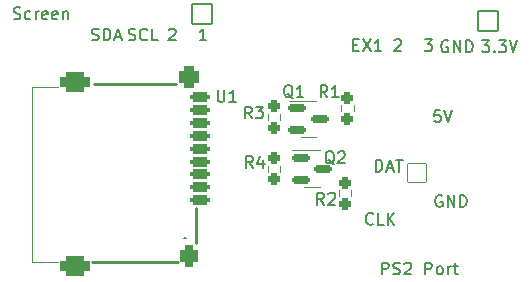
<source format=gto>
%TF.GenerationSoftware,KiCad,Pcbnew,6.0.7*%
%TF.CreationDate,2022-09-21T21:00:50-05:00*%
%TF.ProjectId,keyboardPCBv2,6b657962-6f61-4726-9450-434276322e6b,rev?*%
%TF.SameCoordinates,Original*%
%TF.FileFunction,Legend,Top*%
%TF.FilePolarity,Positive*%
%FSLAX46Y46*%
G04 Gerber Fmt 4.6, Leading zero omitted, Abs format (unit mm)*
G04 Created by KiCad (PCBNEW 6.0.7) date 2022-09-21 21:00:50*
%MOMM*%
%LPD*%
G01*
G04 APERTURE LIST*
G04 Aperture macros list*
%AMRoundRect*
0 Rectangle with rounded corners*
0 $1 Rounding radius*
0 $2 $3 $4 $5 $6 $7 $8 $9 X,Y pos of 4 corners*
0 Add a 4 corners polygon primitive as box body*
4,1,4,$2,$3,$4,$5,$6,$7,$8,$9,$2,$3,0*
0 Add four circle primitives for the rounded corners*
1,1,$1+$1,$2,$3*
1,1,$1+$1,$4,$5*
1,1,$1+$1,$6,$7*
1,1,$1+$1,$8,$9*
0 Add four rect primitives between the rounded corners*
20,1,$1+$1,$2,$3,$4,$5,0*
20,1,$1+$1,$4,$5,$6,$7,0*
20,1,$1+$1,$6,$7,$8,$9,0*
20,1,$1+$1,$8,$9,$2,$3,0*%
G04 Aperture macros list end*
%ADD10C,0.160000*%
%ADD11C,0.150000*%
%ADD12C,0.120000*%
%ADD13C,0.250000*%
%ADD14RoundRect,0.297500X-0.237500X0.250000X-0.237500X-0.250000X0.237500X-0.250000X0.237500X0.250000X0*%
%ADD15RoundRect,0.210000X-0.587500X-0.150000X0.587500X-0.150000X0.587500X0.150000X-0.587500X0.150000X0*%
%ADD16RoundRect,0.235000X0.625000X0.175000X-0.625000X0.175000X-0.625000X-0.175000X0.625000X-0.175000X0*%
%ADD17RoundRect,0.460000X0.400000X0.500000X-0.400000X0.500000X-0.400000X-0.500000X0.400000X-0.500000X0*%
%ADD18RoundRect,0.460000X0.800000X0.400000X-0.800000X0.400000X-0.800000X-0.400000X0.800000X-0.400000X0*%
%ADD19RoundRect,0.410000X0.350000X0.550000X-0.350000X0.550000X-0.350000X-0.550000X0.350000X-0.550000X0*%
%ADD20RoundRect,0.297500X0.237500X-0.250000X0.237500X0.250000X-0.237500X0.250000X-0.237500X-0.250000X0*%
%ADD21RoundRect,0.060000X-0.800000X0.800000X-0.800000X-0.800000X0.800000X-0.800000X0.800000X0.800000X0*%
%ADD22C,1.720000*%
%ADD23O,3.620000X2.120000*%
%ADD24O,2.120000X4.120000*%
%ADD25RoundRect,0.060000X0.850000X-0.850000X0.850000X0.850000X-0.850000X0.850000X-0.850000X-0.850000X0*%
%ADD26O,1.820000X1.820000*%
G04 APERTURE END LIST*
D10*
X50200000Y-51000000D02*
X50400000Y-51000000D01*
X35766666Y-32404761D02*
X35909523Y-32452380D01*
X36147619Y-32452380D01*
X36242857Y-32404761D01*
X36290476Y-32357142D01*
X36338095Y-32261904D01*
X36338095Y-32166666D01*
X36290476Y-32071428D01*
X36242857Y-32023809D01*
X36147619Y-31976190D01*
X35957142Y-31928571D01*
X35861904Y-31880952D01*
X35814285Y-31833333D01*
X35766666Y-31738095D01*
X35766666Y-31642857D01*
X35814285Y-31547619D01*
X35861904Y-31500000D01*
X35957142Y-31452380D01*
X36195238Y-31452380D01*
X36338095Y-31500000D01*
X37195238Y-32404761D02*
X37100000Y-32452380D01*
X36909523Y-32452380D01*
X36814285Y-32404761D01*
X36766666Y-32357142D01*
X36719047Y-32261904D01*
X36719047Y-31976190D01*
X36766666Y-31880952D01*
X36814285Y-31833333D01*
X36909523Y-31785714D01*
X37100000Y-31785714D01*
X37195238Y-31833333D01*
X37623809Y-32452380D02*
X37623809Y-31785714D01*
X37623809Y-31976190D02*
X37671428Y-31880952D01*
X37719047Y-31833333D01*
X37814285Y-31785714D01*
X37909523Y-31785714D01*
X38623809Y-32404761D02*
X38528571Y-32452380D01*
X38338095Y-32452380D01*
X38242857Y-32404761D01*
X38195238Y-32309523D01*
X38195238Y-31928571D01*
X38242857Y-31833333D01*
X38338095Y-31785714D01*
X38528571Y-31785714D01*
X38623809Y-31833333D01*
X38671428Y-31928571D01*
X38671428Y-32023809D01*
X38195238Y-32119047D01*
X39480952Y-32404761D02*
X39385714Y-32452380D01*
X39195238Y-32452380D01*
X39100000Y-32404761D01*
X39052380Y-32309523D01*
X39052380Y-31928571D01*
X39100000Y-31833333D01*
X39195238Y-31785714D01*
X39385714Y-31785714D01*
X39480952Y-31833333D01*
X39528571Y-31928571D01*
X39528571Y-32023809D01*
X39052380Y-32119047D01*
X39957142Y-31785714D02*
X39957142Y-32452380D01*
X39957142Y-31880952D02*
X40004761Y-31833333D01*
X40100000Y-31785714D01*
X40242857Y-31785714D01*
X40338095Y-31833333D01*
X40385714Y-31928571D01*
X40385714Y-32452380D01*
X68014285Y-34247619D02*
X68061904Y-34200000D01*
X68157142Y-34152380D01*
X68395238Y-34152380D01*
X68490476Y-34200000D01*
X68538095Y-34247619D01*
X68585714Y-34342857D01*
X68585714Y-34438095D01*
X68538095Y-34580952D01*
X67966666Y-35152380D01*
X68585714Y-35152380D01*
X72038095Y-47400000D02*
X71942857Y-47352380D01*
X71800000Y-47352380D01*
X71657142Y-47400000D01*
X71561904Y-47495238D01*
X71514285Y-47590476D01*
X71466666Y-47780952D01*
X71466666Y-47923809D01*
X71514285Y-48114285D01*
X71561904Y-48209523D01*
X71657142Y-48304761D01*
X71800000Y-48352380D01*
X71895238Y-48352380D01*
X72038095Y-48304761D01*
X72085714Y-48257142D01*
X72085714Y-47923809D01*
X71895238Y-47923809D01*
X72514285Y-48352380D02*
X72514285Y-47352380D01*
X73085714Y-48352380D01*
X73085714Y-47352380D01*
X73561904Y-48352380D02*
X73561904Y-47352380D01*
X73800000Y-47352380D01*
X73942857Y-47400000D01*
X74038095Y-47495238D01*
X74085714Y-47590476D01*
X74133333Y-47780952D01*
X74133333Y-47923809D01*
X74085714Y-48114285D01*
X74038095Y-48209523D01*
X73942857Y-48304761D01*
X73800000Y-48352380D01*
X73561904Y-48352380D01*
D11*
X42385714Y-34204761D02*
X42528571Y-34252380D01*
X42766666Y-34252380D01*
X42861904Y-34204761D01*
X42909523Y-34157142D01*
X42957142Y-34061904D01*
X42957142Y-33966666D01*
X42909523Y-33871428D01*
X42861904Y-33823809D01*
X42766666Y-33776190D01*
X42576190Y-33728571D01*
X42480952Y-33680952D01*
X42433333Y-33633333D01*
X42385714Y-33538095D01*
X42385714Y-33442857D01*
X42433333Y-33347619D01*
X42480952Y-33300000D01*
X42576190Y-33252380D01*
X42814285Y-33252380D01*
X42957142Y-33300000D01*
X43385714Y-34252380D02*
X43385714Y-33252380D01*
X43623809Y-33252380D01*
X43766666Y-33300000D01*
X43861904Y-33395238D01*
X43909523Y-33490476D01*
X43957142Y-33680952D01*
X43957142Y-33823809D01*
X43909523Y-34014285D01*
X43861904Y-34109523D01*
X43766666Y-34204761D01*
X43623809Y-34252380D01*
X43385714Y-34252380D01*
X44338095Y-33966666D02*
X44814285Y-33966666D01*
X44242857Y-34252380D02*
X44576190Y-33252380D01*
X44909523Y-34252380D01*
D10*
X71909523Y-40152380D02*
X71433333Y-40152380D01*
X71385714Y-40628571D01*
X71433333Y-40580952D01*
X71528571Y-40533333D01*
X71766666Y-40533333D01*
X71861904Y-40580952D01*
X71909523Y-40628571D01*
X71957142Y-40723809D01*
X71957142Y-40961904D01*
X71909523Y-41057142D01*
X71861904Y-41104761D01*
X71766666Y-41152380D01*
X71528571Y-41152380D01*
X71433333Y-41104761D01*
X71385714Y-41057142D01*
X72242857Y-40152380D02*
X72576190Y-41152380D01*
X72909523Y-40152380D01*
X66957142Y-54052380D02*
X66957142Y-53052380D01*
X67338095Y-53052380D01*
X67433333Y-53100000D01*
X67480952Y-53147619D01*
X67528571Y-53242857D01*
X67528571Y-53385714D01*
X67480952Y-53480952D01*
X67433333Y-53528571D01*
X67338095Y-53576190D01*
X66957142Y-53576190D01*
X67909523Y-54004761D02*
X68052380Y-54052380D01*
X68290476Y-54052380D01*
X68385714Y-54004761D01*
X68433333Y-53957142D01*
X68480952Y-53861904D01*
X68480952Y-53766666D01*
X68433333Y-53671428D01*
X68385714Y-53623809D01*
X68290476Y-53576190D01*
X68100000Y-53528571D01*
X68004761Y-53480952D01*
X67957142Y-53433333D01*
X67909523Y-53338095D01*
X67909523Y-53242857D01*
X67957142Y-53147619D01*
X68004761Y-53100000D01*
X68100000Y-53052380D01*
X68338095Y-53052380D01*
X68480952Y-53100000D01*
X68861904Y-53147619D02*
X68909523Y-53100000D01*
X69004761Y-53052380D01*
X69242857Y-53052380D01*
X69338095Y-53100000D01*
X69385714Y-53147619D01*
X69433333Y-53242857D01*
X69433333Y-53338095D01*
X69385714Y-53480952D01*
X68814285Y-54052380D01*
X69433333Y-54052380D01*
X70623809Y-54052380D02*
X70623809Y-53052380D01*
X71004761Y-53052380D01*
X71100000Y-53100000D01*
X71147619Y-53147619D01*
X71195238Y-53242857D01*
X71195238Y-53385714D01*
X71147619Y-53480952D01*
X71100000Y-53528571D01*
X71004761Y-53576190D01*
X70623809Y-53576190D01*
X71766666Y-54052380D02*
X71671428Y-54004761D01*
X71623809Y-53957142D01*
X71576190Y-53861904D01*
X71576190Y-53576190D01*
X71623809Y-53480952D01*
X71671428Y-53433333D01*
X71766666Y-53385714D01*
X71909523Y-53385714D01*
X72004761Y-53433333D01*
X72052380Y-53480952D01*
X72100000Y-53576190D01*
X72100000Y-53861904D01*
X72052380Y-53957142D01*
X72004761Y-54004761D01*
X71909523Y-54052380D01*
X71766666Y-54052380D01*
X72528571Y-54052380D02*
X72528571Y-53385714D01*
X72528571Y-53576190D02*
X72576190Y-53480952D01*
X72623809Y-53433333D01*
X72719047Y-53385714D01*
X72814285Y-53385714D01*
X73004761Y-53385714D02*
X73385714Y-53385714D01*
X73147619Y-53052380D02*
X73147619Y-53909523D01*
X73195238Y-54004761D01*
X73290476Y-54052380D01*
X73385714Y-54052380D01*
X72538095Y-34300000D02*
X72442857Y-34252380D01*
X72300000Y-34252380D01*
X72157142Y-34300000D01*
X72061904Y-34395238D01*
X72014285Y-34490476D01*
X71966666Y-34680952D01*
X71966666Y-34823809D01*
X72014285Y-35014285D01*
X72061904Y-35109523D01*
X72157142Y-35204761D01*
X72300000Y-35252380D01*
X72395238Y-35252380D01*
X72538095Y-35204761D01*
X72585714Y-35157142D01*
X72585714Y-34823809D01*
X72395238Y-34823809D01*
X73014285Y-35252380D02*
X73014285Y-34252380D01*
X73585714Y-35252380D01*
X73585714Y-34252380D01*
X74061904Y-35252380D02*
X74061904Y-34252380D01*
X74300000Y-34252380D01*
X74442857Y-34300000D01*
X74538095Y-34395238D01*
X74585714Y-34490476D01*
X74633333Y-34680952D01*
X74633333Y-34823809D01*
X74585714Y-35014285D01*
X74538095Y-35109523D01*
X74442857Y-35204761D01*
X74300000Y-35252380D01*
X74061904Y-35252380D01*
X64533333Y-34628571D02*
X64866666Y-34628571D01*
X65009523Y-35152380D02*
X64533333Y-35152380D01*
X64533333Y-34152380D01*
X65009523Y-34152380D01*
X65342857Y-34152380D02*
X66009523Y-35152380D01*
X66009523Y-34152380D02*
X65342857Y-35152380D01*
X66914285Y-35152380D02*
X66342857Y-35152380D01*
X66628571Y-35152380D02*
X66628571Y-34152380D01*
X66533333Y-34295238D01*
X66438095Y-34390476D01*
X66342857Y-34438095D01*
D11*
X48914285Y-33347619D02*
X48961904Y-33300000D01*
X49057142Y-33252380D01*
X49295238Y-33252380D01*
X49390476Y-33300000D01*
X49438095Y-33347619D01*
X49485714Y-33442857D01*
X49485714Y-33538095D01*
X49438095Y-33680952D01*
X48866666Y-34252380D01*
X49485714Y-34252380D01*
X52085714Y-34252380D02*
X51514285Y-34252380D01*
X51800000Y-34252380D02*
X51800000Y-33252380D01*
X51704761Y-33395238D01*
X51609523Y-33490476D01*
X51514285Y-33538095D01*
D10*
X66204761Y-49757142D02*
X66157142Y-49804761D01*
X66014285Y-49852380D01*
X65919047Y-49852380D01*
X65776190Y-49804761D01*
X65680952Y-49709523D01*
X65633333Y-49614285D01*
X65585714Y-49423809D01*
X65585714Y-49280952D01*
X65633333Y-49090476D01*
X65680952Y-48995238D01*
X65776190Y-48900000D01*
X65919047Y-48852380D01*
X66014285Y-48852380D01*
X66157142Y-48900000D01*
X66204761Y-48947619D01*
X67109523Y-49852380D02*
X66633333Y-49852380D01*
X66633333Y-48852380D01*
X67442857Y-49852380D02*
X67442857Y-48852380D01*
X68014285Y-49852380D02*
X67585714Y-49280952D01*
X68014285Y-48852380D02*
X67442857Y-49423809D01*
X66428571Y-45352380D02*
X66428571Y-44352380D01*
X66666666Y-44352380D01*
X66809523Y-44400000D01*
X66904761Y-44495238D01*
X66952380Y-44590476D01*
X67000000Y-44780952D01*
X67000000Y-44923809D01*
X66952380Y-45114285D01*
X66904761Y-45209523D01*
X66809523Y-45304761D01*
X66666666Y-45352380D01*
X66428571Y-45352380D01*
X67380952Y-45066666D02*
X67857142Y-45066666D01*
X67285714Y-45352380D02*
X67619047Y-44352380D01*
X67952380Y-45352380D01*
X68142857Y-44352380D02*
X68714285Y-44352380D01*
X68428571Y-45352380D02*
X68428571Y-44352380D01*
X75423809Y-34252380D02*
X76042857Y-34252380D01*
X75709523Y-34633333D01*
X75852380Y-34633333D01*
X75947619Y-34680952D01*
X75995238Y-34728571D01*
X76042857Y-34823809D01*
X76042857Y-35061904D01*
X75995238Y-35157142D01*
X75947619Y-35204761D01*
X75852380Y-35252380D01*
X75566666Y-35252380D01*
X75471428Y-35204761D01*
X75423809Y-35157142D01*
X76471428Y-35157142D02*
X76519047Y-35204761D01*
X76471428Y-35252380D01*
X76423809Y-35204761D01*
X76471428Y-35157142D01*
X76471428Y-35252380D01*
X76852380Y-34252380D02*
X77471428Y-34252380D01*
X77138095Y-34633333D01*
X77280952Y-34633333D01*
X77376190Y-34680952D01*
X77423809Y-34728571D01*
X77471428Y-34823809D01*
X77471428Y-35061904D01*
X77423809Y-35157142D01*
X77376190Y-35204761D01*
X77280952Y-35252380D01*
X76995238Y-35252380D01*
X76900000Y-35204761D01*
X76852380Y-35157142D01*
X77757142Y-34252380D02*
X78090476Y-35252380D01*
X78423809Y-34252380D01*
D11*
X45509523Y-34204761D02*
X45652380Y-34252380D01*
X45890476Y-34252380D01*
X45985714Y-34204761D01*
X46033333Y-34157142D01*
X46080952Y-34061904D01*
X46080952Y-33966666D01*
X46033333Y-33871428D01*
X45985714Y-33823809D01*
X45890476Y-33776190D01*
X45700000Y-33728571D01*
X45604761Y-33680952D01*
X45557142Y-33633333D01*
X45509523Y-33538095D01*
X45509523Y-33442857D01*
X45557142Y-33347619D01*
X45604761Y-33300000D01*
X45700000Y-33252380D01*
X45938095Y-33252380D01*
X46080952Y-33300000D01*
X47080952Y-34157142D02*
X47033333Y-34204761D01*
X46890476Y-34252380D01*
X46795238Y-34252380D01*
X46652380Y-34204761D01*
X46557142Y-34109523D01*
X46509523Y-34014285D01*
X46461904Y-33823809D01*
X46461904Y-33680952D01*
X46509523Y-33490476D01*
X46557142Y-33395238D01*
X46652380Y-33300000D01*
X46795238Y-33252380D01*
X46890476Y-33252380D01*
X47033333Y-33300000D01*
X47080952Y-33347619D01*
X47985714Y-34252380D02*
X47509523Y-34252380D01*
X47509523Y-33252380D01*
D10*
X70566666Y-34152380D02*
X71185714Y-34152380D01*
X70852380Y-34533333D01*
X70995238Y-34533333D01*
X71090476Y-34580952D01*
X71138095Y-34628571D01*
X71185714Y-34723809D01*
X71185714Y-34961904D01*
X71138095Y-35057142D01*
X71090476Y-35104761D01*
X70995238Y-35152380D01*
X70709523Y-35152380D01*
X70614285Y-35104761D01*
X70566666Y-35057142D01*
D11*
%TO.C,R1*%
X62333333Y-39052380D02*
X62000000Y-38576190D01*
X61761904Y-39052380D02*
X61761904Y-38052380D01*
X62142857Y-38052380D01*
X62238095Y-38100000D01*
X62285714Y-38147619D01*
X62333333Y-38242857D01*
X62333333Y-38385714D01*
X62285714Y-38480952D01*
X62238095Y-38528571D01*
X62142857Y-38576190D01*
X61761904Y-38576190D01*
X63285714Y-39052380D02*
X62714285Y-39052380D01*
X63000000Y-39052380D02*
X63000000Y-38052380D01*
X62904761Y-38195238D01*
X62809523Y-38290476D01*
X62714285Y-38338095D01*
%TO.C,Q1*%
X59404761Y-39147619D02*
X59309523Y-39100000D01*
X59214285Y-39004761D01*
X59071428Y-38861904D01*
X58976190Y-38814285D01*
X58880952Y-38814285D01*
X58928571Y-39052380D02*
X58833333Y-39004761D01*
X58738095Y-38909523D01*
X58690476Y-38719047D01*
X58690476Y-38385714D01*
X58738095Y-38195238D01*
X58833333Y-38100000D01*
X58928571Y-38052380D01*
X59119047Y-38052380D01*
X59214285Y-38100000D01*
X59309523Y-38195238D01*
X59357142Y-38385714D01*
X59357142Y-38719047D01*
X59309523Y-38909523D01*
X59214285Y-39004761D01*
X59119047Y-39052380D01*
X58928571Y-39052380D01*
X60309523Y-39052380D02*
X59738095Y-39052380D01*
X60023809Y-39052380D02*
X60023809Y-38052380D01*
X59928571Y-38195238D01*
X59833333Y-38290476D01*
X59738095Y-38338095D01*
%TO.C,U1*%
X53038095Y-38452380D02*
X53038095Y-39261904D01*
X53085714Y-39357142D01*
X53133333Y-39404761D01*
X53228571Y-39452380D01*
X53419047Y-39452380D01*
X53514285Y-39404761D01*
X53561904Y-39357142D01*
X53609523Y-39261904D01*
X53609523Y-38452380D01*
X54609523Y-39452380D02*
X54038095Y-39452380D01*
X54323809Y-39452380D02*
X54323809Y-38452380D01*
X54228571Y-38595238D01*
X54133333Y-38690476D01*
X54038095Y-38738095D01*
%TO.C,R4*%
X56033333Y-45052380D02*
X55700000Y-44576190D01*
X55461904Y-45052380D02*
X55461904Y-44052380D01*
X55842857Y-44052380D01*
X55938095Y-44100000D01*
X55985714Y-44147619D01*
X56033333Y-44242857D01*
X56033333Y-44385714D01*
X55985714Y-44480952D01*
X55938095Y-44528571D01*
X55842857Y-44576190D01*
X55461904Y-44576190D01*
X56890476Y-44385714D02*
X56890476Y-45052380D01*
X56652380Y-44004761D02*
X56414285Y-44719047D01*
X57033333Y-44719047D01*
%TO.C,R2*%
X62033333Y-48152380D02*
X61700000Y-47676190D01*
X61461904Y-48152380D02*
X61461904Y-47152380D01*
X61842857Y-47152380D01*
X61938095Y-47200000D01*
X61985714Y-47247619D01*
X62033333Y-47342857D01*
X62033333Y-47485714D01*
X61985714Y-47580952D01*
X61938095Y-47628571D01*
X61842857Y-47676190D01*
X61461904Y-47676190D01*
X62414285Y-47247619D02*
X62461904Y-47200000D01*
X62557142Y-47152380D01*
X62795238Y-47152380D01*
X62890476Y-47200000D01*
X62938095Y-47247619D01*
X62985714Y-47342857D01*
X62985714Y-47438095D01*
X62938095Y-47580952D01*
X62366666Y-48152380D01*
X62985714Y-48152380D01*
%TO.C,Q2*%
X62904761Y-44747619D02*
X62809523Y-44700000D01*
X62714285Y-44604761D01*
X62571428Y-44461904D01*
X62476190Y-44414285D01*
X62380952Y-44414285D01*
X62428571Y-44652380D02*
X62333333Y-44604761D01*
X62238095Y-44509523D01*
X62190476Y-44319047D01*
X62190476Y-43985714D01*
X62238095Y-43795238D01*
X62333333Y-43700000D01*
X62428571Y-43652380D01*
X62619047Y-43652380D01*
X62714285Y-43700000D01*
X62809523Y-43795238D01*
X62857142Y-43985714D01*
X62857142Y-44319047D01*
X62809523Y-44509523D01*
X62714285Y-44604761D01*
X62619047Y-44652380D01*
X62428571Y-44652380D01*
X63238095Y-43747619D02*
X63285714Y-43700000D01*
X63380952Y-43652380D01*
X63619047Y-43652380D01*
X63714285Y-43700000D01*
X63761904Y-43747619D01*
X63809523Y-43842857D01*
X63809523Y-43938095D01*
X63761904Y-44080952D01*
X63190476Y-44652380D01*
X63809523Y-44652380D01*
%TO.C,R3*%
X55933333Y-40852380D02*
X55600000Y-40376190D01*
X55361904Y-40852380D02*
X55361904Y-39852380D01*
X55742857Y-39852380D01*
X55838095Y-39900000D01*
X55885714Y-39947619D01*
X55933333Y-40042857D01*
X55933333Y-40185714D01*
X55885714Y-40280952D01*
X55838095Y-40328571D01*
X55742857Y-40376190D01*
X55361904Y-40376190D01*
X56266666Y-39852380D02*
X56885714Y-39852380D01*
X56552380Y-40233333D01*
X56695238Y-40233333D01*
X56790476Y-40280952D01*
X56838095Y-40328571D01*
X56885714Y-40423809D01*
X56885714Y-40661904D01*
X56838095Y-40757142D01*
X56790476Y-40804761D01*
X56695238Y-40852380D01*
X56409523Y-40852380D01*
X56314285Y-40804761D01*
X56266666Y-40757142D01*
D12*
%TO.C,R1*%
X64555000Y-39745276D02*
X64555000Y-40254724D01*
X63510000Y-39745276D02*
X63510000Y-40254724D01*
%TO.C,Q1*%
X60732500Y-42460000D02*
X61382500Y-42460000D01*
X60732500Y-42460000D02*
X60082500Y-42460000D01*
X60732500Y-39340000D02*
X59057500Y-39340000D01*
X60732500Y-39340000D02*
X61382500Y-39340000D01*
D13*
%TO.C,U1*%
X49507500Y-37900000D02*
X42607500Y-37900000D01*
X51207500Y-48400000D02*
X51207500Y-51400000D01*
D12*
X37307500Y-38200000D02*
X37307500Y-53000000D01*
X37307500Y-53000000D02*
X39507500Y-53000000D01*
X39507500Y-38200000D02*
X37307500Y-38200000D01*
D13*
X49707500Y-53000000D02*
X42407500Y-53000000D01*
D12*
%TO.C,R4*%
X57310000Y-44845276D02*
X57310000Y-45354724D01*
X58355000Y-44845276D02*
X58355000Y-45354724D01*
%TO.C,R2*%
X63310000Y-47454724D02*
X63310000Y-46945276D01*
X64355000Y-47454724D02*
X64355000Y-46945276D01*
%TO.C,Q2*%
X61032500Y-43565000D02*
X59357500Y-43565000D01*
X61032500Y-46685000D02*
X60382500Y-46685000D01*
X61032500Y-43565000D02*
X61682500Y-43565000D01*
X61032500Y-46685000D02*
X61682500Y-46685000D01*
%TO.C,R3*%
X58355000Y-40457776D02*
X58355000Y-40967224D01*
X57310000Y-40457776D02*
X57310000Y-40967224D01*
%TD*%
%LPC*%
D14*
%TO.C,R1*%
X64032500Y-39087500D03*
X64032500Y-40912500D03*
%TD*%
D15*
%TO.C,Q1*%
X59795000Y-39950000D03*
X59795000Y-41850000D03*
X61670000Y-40900000D03*
%TD*%
D16*
%TO.C,U1*%
X51507500Y-47800000D03*
X51507500Y-46700000D03*
X51507500Y-45600000D03*
X51507500Y-44500000D03*
X51507500Y-43400000D03*
X51507500Y-42300000D03*
X51507500Y-41200000D03*
X51507500Y-40100000D03*
X51507500Y-39000000D03*
D17*
X50654500Y-37350000D03*
D18*
X41004500Y-37750000D03*
X41004500Y-53350000D03*
D19*
X50654500Y-52501000D03*
%TD*%
D14*
%TO.C,R4*%
X57832500Y-44187500D03*
X57832500Y-46012500D03*
%TD*%
D20*
%TO.C,R2*%
X63832500Y-48112500D03*
X63832500Y-46287500D03*
%TD*%
D15*
%TO.C,Q2*%
X60095000Y-44175000D03*
X60095000Y-46075000D03*
X61970000Y-45125000D03*
%TD*%
D14*
%TO.C,R3*%
X57832500Y-39800000D03*
X57832500Y-41625000D03*
%TD*%
D21*
%TO.C,P1*%
X69932500Y-45500000D03*
D22*
X69932500Y-42900000D03*
X69932500Y-47600000D03*
X69932500Y-40800000D03*
X67132500Y-47600000D03*
X67132500Y-40800000D03*
D23*
X72782500Y-51050000D03*
X72782500Y-37350000D03*
D24*
X73582500Y-44200000D03*
%TD*%
D25*
%TO.C,J1*%
X75932500Y-32575000D03*
D26*
X73392500Y-32575000D03*
X70852500Y-32575000D03*
X68312500Y-32575000D03*
X65772500Y-32575000D03*
%TD*%
D25*
%TO.C,Screen1*%
X51732500Y-32000000D03*
D26*
X49192500Y-32000000D03*
X46652500Y-32000000D03*
X44112500Y-32000000D03*
%TD*%
M02*

</source>
